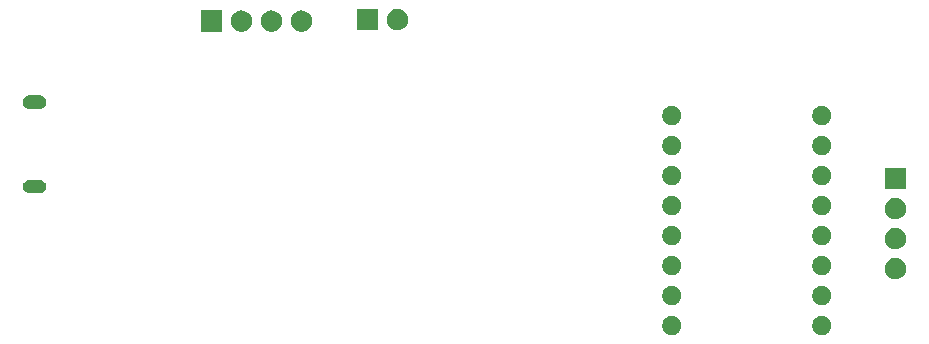
<source format=gbr>
G04 #@! TF.GenerationSoftware,KiCad,Pcbnew,(5.1.5)-3*
G04 #@! TF.CreationDate,2021-01-22T17:28:22+08:00*
G04 #@! TF.ProjectId,Pump_Driver,50756d70-5f44-4726-9976-65722e6b6963,rev?*
G04 #@! TF.SameCoordinates,Original*
G04 #@! TF.FileFunction,Soldermask,Bot*
G04 #@! TF.FilePolarity,Negative*
%FSLAX46Y46*%
G04 Gerber Fmt 4.6, Leading zero omitted, Abs format (unit mm)*
G04 Created by KiCad (PCBNEW (5.1.5)-3) date 2021-01-22 17:28:22*
%MOMM*%
%LPD*%
G04 APERTURE LIST*
%ADD10C,0.100000*%
G04 APERTURE END LIST*
D10*
G36*
X140826142Y-118979242D02*
G01*
X140974101Y-119040529D01*
X141107255Y-119129499D01*
X141220501Y-119242745D01*
X141309471Y-119375899D01*
X141370758Y-119523858D01*
X141402000Y-119680925D01*
X141402000Y-119841075D01*
X141370758Y-119998142D01*
X141309471Y-120146101D01*
X141220501Y-120279255D01*
X141107255Y-120392501D01*
X140974101Y-120481471D01*
X140826142Y-120542758D01*
X140669075Y-120574000D01*
X140508925Y-120574000D01*
X140351858Y-120542758D01*
X140203899Y-120481471D01*
X140070745Y-120392501D01*
X139957499Y-120279255D01*
X139868529Y-120146101D01*
X139807242Y-119998142D01*
X139776000Y-119841075D01*
X139776000Y-119680925D01*
X139807242Y-119523858D01*
X139868529Y-119375899D01*
X139957499Y-119242745D01*
X140070745Y-119129499D01*
X140203899Y-119040529D01*
X140351858Y-118979242D01*
X140508925Y-118948000D01*
X140669075Y-118948000D01*
X140826142Y-118979242D01*
G37*
G36*
X128126142Y-118979242D02*
G01*
X128274101Y-119040529D01*
X128407255Y-119129499D01*
X128520501Y-119242745D01*
X128609471Y-119375899D01*
X128670758Y-119523858D01*
X128702000Y-119680925D01*
X128702000Y-119841075D01*
X128670758Y-119998142D01*
X128609471Y-120146101D01*
X128520501Y-120279255D01*
X128407255Y-120392501D01*
X128274101Y-120481471D01*
X128126142Y-120542758D01*
X127969075Y-120574000D01*
X127808925Y-120574000D01*
X127651858Y-120542758D01*
X127503899Y-120481471D01*
X127370745Y-120392501D01*
X127257499Y-120279255D01*
X127168529Y-120146101D01*
X127107242Y-119998142D01*
X127076000Y-119841075D01*
X127076000Y-119680925D01*
X127107242Y-119523858D01*
X127168529Y-119375899D01*
X127257499Y-119242745D01*
X127370745Y-119129499D01*
X127503899Y-119040529D01*
X127651858Y-118979242D01*
X127808925Y-118948000D01*
X127969075Y-118948000D01*
X128126142Y-118979242D01*
G37*
G36*
X128126142Y-116439242D02*
G01*
X128274101Y-116500529D01*
X128407255Y-116589499D01*
X128520501Y-116702745D01*
X128609471Y-116835899D01*
X128670758Y-116983858D01*
X128702000Y-117140925D01*
X128702000Y-117301075D01*
X128670758Y-117458142D01*
X128609471Y-117606101D01*
X128520501Y-117739255D01*
X128407255Y-117852501D01*
X128274101Y-117941471D01*
X128126142Y-118002758D01*
X127969075Y-118034000D01*
X127808925Y-118034000D01*
X127651858Y-118002758D01*
X127503899Y-117941471D01*
X127370745Y-117852501D01*
X127257499Y-117739255D01*
X127168529Y-117606101D01*
X127107242Y-117458142D01*
X127076000Y-117301075D01*
X127076000Y-117140925D01*
X127107242Y-116983858D01*
X127168529Y-116835899D01*
X127257499Y-116702745D01*
X127370745Y-116589499D01*
X127503899Y-116500529D01*
X127651858Y-116439242D01*
X127808925Y-116408000D01*
X127969075Y-116408000D01*
X128126142Y-116439242D01*
G37*
G36*
X140826142Y-116439242D02*
G01*
X140974101Y-116500529D01*
X141107255Y-116589499D01*
X141220501Y-116702745D01*
X141309471Y-116835899D01*
X141370758Y-116983858D01*
X141402000Y-117140925D01*
X141402000Y-117301075D01*
X141370758Y-117458142D01*
X141309471Y-117606101D01*
X141220501Y-117739255D01*
X141107255Y-117852501D01*
X140974101Y-117941471D01*
X140826142Y-118002758D01*
X140669075Y-118034000D01*
X140508925Y-118034000D01*
X140351858Y-118002758D01*
X140203899Y-117941471D01*
X140070745Y-117852501D01*
X139957499Y-117739255D01*
X139868529Y-117606101D01*
X139807242Y-117458142D01*
X139776000Y-117301075D01*
X139776000Y-117140925D01*
X139807242Y-116983858D01*
X139868529Y-116835899D01*
X139957499Y-116702745D01*
X140070745Y-116589499D01*
X140203899Y-116500529D01*
X140351858Y-116439242D01*
X140508925Y-116408000D01*
X140669075Y-116408000D01*
X140826142Y-116439242D01*
G37*
G36*
X146925512Y-114038927D02*
G01*
X147074812Y-114068624D01*
X147238784Y-114136544D01*
X147386354Y-114235147D01*
X147511853Y-114360646D01*
X147610456Y-114508216D01*
X147678376Y-114672188D01*
X147713000Y-114846259D01*
X147713000Y-115023741D01*
X147678376Y-115197812D01*
X147610456Y-115361784D01*
X147511853Y-115509354D01*
X147386354Y-115634853D01*
X147238784Y-115733456D01*
X147074812Y-115801376D01*
X146925512Y-115831073D01*
X146900742Y-115836000D01*
X146723258Y-115836000D01*
X146698488Y-115831073D01*
X146549188Y-115801376D01*
X146385216Y-115733456D01*
X146237646Y-115634853D01*
X146112147Y-115509354D01*
X146013544Y-115361784D01*
X145945624Y-115197812D01*
X145911000Y-115023741D01*
X145911000Y-114846259D01*
X145945624Y-114672188D01*
X146013544Y-114508216D01*
X146112147Y-114360646D01*
X146237646Y-114235147D01*
X146385216Y-114136544D01*
X146549188Y-114068624D01*
X146698488Y-114038927D01*
X146723258Y-114034000D01*
X146900742Y-114034000D01*
X146925512Y-114038927D01*
G37*
G36*
X128126142Y-113899242D02*
G01*
X128274101Y-113960529D01*
X128407255Y-114049499D01*
X128520501Y-114162745D01*
X128609471Y-114295899D01*
X128670758Y-114443858D01*
X128702000Y-114600925D01*
X128702000Y-114761075D01*
X128670758Y-114918142D01*
X128609471Y-115066101D01*
X128520501Y-115199255D01*
X128407255Y-115312501D01*
X128274101Y-115401471D01*
X128126142Y-115462758D01*
X127969075Y-115494000D01*
X127808925Y-115494000D01*
X127651858Y-115462758D01*
X127503899Y-115401471D01*
X127370745Y-115312501D01*
X127257499Y-115199255D01*
X127168529Y-115066101D01*
X127107242Y-114918142D01*
X127076000Y-114761075D01*
X127076000Y-114600925D01*
X127107242Y-114443858D01*
X127168529Y-114295899D01*
X127257499Y-114162745D01*
X127370745Y-114049499D01*
X127503899Y-113960529D01*
X127651858Y-113899242D01*
X127808925Y-113868000D01*
X127969075Y-113868000D01*
X128126142Y-113899242D01*
G37*
G36*
X140826142Y-113899242D02*
G01*
X140974101Y-113960529D01*
X141107255Y-114049499D01*
X141220501Y-114162745D01*
X141309471Y-114295899D01*
X141370758Y-114443858D01*
X141402000Y-114600925D01*
X141402000Y-114761075D01*
X141370758Y-114918142D01*
X141309471Y-115066101D01*
X141220501Y-115199255D01*
X141107255Y-115312501D01*
X140974101Y-115401471D01*
X140826142Y-115462758D01*
X140669075Y-115494000D01*
X140508925Y-115494000D01*
X140351858Y-115462758D01*
X140203899Y-115401471D01*
X140070745Y-115312501D01*
X139957499Y-115199255D01*
X139868529Y-115066101D01*
X139807242Y-114918142D01*
X139776000Y-114761075D01*
X139776000Y-114600925D01*
X139807242Y-114443858D01*
X139868529Y-114295899D01*
X139957499Y-114162745D01*
X140070745Y-114049499D01*
X140203899Y-113960529D01*
X140351858Y-113899242D01*
X140508925Y-113868000D01*
X140669075Y-113868000D01*
X140826142Y-113899242D01*
G37*
G36*
X146925512Y-111498927D02*
G01*
X147074812Y-111528624D01*
X147238784Y-111596544D01*
X147386354Y-111695147D01*
X147511853Y-111820646D01*
X147610456Y-111968216D01*
X147678376Y-112132188D01*
X147713000Y-112306259D01*
X147713000Y-112483741D01*
X147678376Y-112657812D01*
X147610456Y-112821784D01*
X147511853Y-112969354D01*
X147386354Y-113094853D01*
X147238784Y-113193456D01*
X147074812Y-113261376D01*
X146925512Y-113291073D01*
X146900742Y-113296000D01*
X146723258Y-113296000D01*
X146698488Y-113291073D01*
X146549188Y-113261376D01*
X146385216Y-113193456D01*
X146237646Y-113094853D01*
X146112147Y-112969354D01*
X146013544Y-112821784D01*
X145945624Y-112657812D01*
X145911000Y-112483741D01*
X145911000Y-112306259D01*
X145945624Y-112132188D01*
X146013544Y-111968216D01*
X146112147Y-111820646D01*
X146237646Y-111695147D01*
X146385216Y-111596544D01*
X146549188Y-111528624D01*
X146698488Y-111498927D01*
X146723258Y-111494000D01*
X146900742Y-111494000D01*
X146925512Y-111498927D01*
G37*
G36*
X140826142Y-111359242D02*
G01*
X140974101Y-111420529D01*
X141107255Y-111509499D01*
X141220501Y-111622745D01*
X141309471Y-111755899D01*
X141370758Y-111903858D01*
X141402000Y-112060925D01*
X141402000Y-112221075D01*
X141370758Y-112378142D01*
X141309471Y-112526101D01*
X141220501Y-112659255D01*
X141107255Y-112772501D01*
X140974101Y-112861471D01*
X140826142Y-112922758D01*
X140669075Y-112954000D01*
X140508925Y-112954000D01*
X140351858Y-112922758D01*
X140203899Y-112861471D01*
X140070745Y-112772501D01*
X139957499Y-112659255D01*
X139868529Y-112526101D01*
X139807242Y-112378142D01*
X139776000Y-112221075D01*
X139776000Y-112060925D01*
X139807242Y-111903858D01*
X139868529Y-111755899D01*
X139957499Y-111622745D01*
X140070745Y-111509499D01*
X140203899Y-111420529D01*
X140351858Y-111359242D01*
X140508925Y-111328000D01*
X140669075Y-111328000D01*
X140826142Y-111359242D01*
G37*
G36*
X128126142Y-111359242D02*
G01*
X128274101Y-111420529D01*
X128407255Y-111509499D01*
X128520501Y-111622745D01*
X128609471Y-111755899D01*
X128670758Y-111903858D01*
X128702000Y-112060925D01*
X128702000Y-112221075D01*
X128670758Y-112378142D01*
X128609471Y-112526101D01*
X128520501Y-112659255D01*
X128407255Y-112772501D01*
X128274101Y-112861471D01*
X128126142Y-112922758D01*
X127969075Y-112954000D01*
X127808925Y-112954000D01*
X127651858Y-112922758D01*
X127503899Y-112861471D01*
X127370745Y-112772501D01*
X127257499Y-112659255D01*
X127168529Y-112526101D01*
X127107242Y-112378142D01*
X127076000Y-112221075D01*
X127076000Y-112060925D01*
X127107242Y-111903858D01*
X127168529Y-111755899D01*
X127257499Y-111622745D01*
X127370745Y-111509499D01*
X127503899Y-111420529D01*
X127651858Y-111359242D01*
X127808925Y-111328000D01*
X127969075Y-111328000D01*
X128126142Y-111359242D01*
G37*
G36*
X146925512Y-108958927D02*
G01*
X147074812Y-108988624D01*
X147238784Y-109056544D01*
X147386354Y-109155147D01*
X147511853Y-109280646D01*
X147610456Y-109428216D01*
X147678376Y-109592188D01*
X147713000Y-109766259D01*
X147713000Y-109943741D01*
X147678376Y-110117812D01*
X147610456Y-110281784D01*
X147511853Y-110429354D01*
X147386354Y-110554853D01*
X147238784Y-110653456D01*
X147074812Y-110721376D01*
X146925512Y-110751073D01*
X146900742Y-110756000D01*
X146723258Y-110756000D01*
X146698488Y-110751073D01*
X146549188Y-110721376D01*
X146385216Y-110653456D01*
X146237646Y-110554853D01*
X146112147Y-110429354D01*
X146013544Y-110281784D01*
X145945624Y-110117812D01*
X145911000Y-109943741D01*
X145911000Y-109766259D01*
X145945624Y-109592188D01*
X146013544Y-109428216D01*
X146112147Y-109280646D01*
X146237646Y-109155147D01*
X146385216Y-109056544D01*
X146549188Y-108988624D01*
X146698488Y-108958927D01*
X146723258Y-108954000D01*
X146900742Y-108954000D01*
X146925512Y-108958927D01*
G37*
G36*
X140826142Y-108819242D02*
G01*
X140974101Y-108880529D01*
X141107255Y-108969499D01*
X141220501Y-109082745D01*
X141309471Y-109215899D01*
X141370758Y-109363858D01*
X141402000Y-109520925D01*
X141402000Y-109681075D01*
X141370758Y-109838142D01*
X141309471Y-109986101D01*
X141220501Y-110119255D01*
X141107255Y-110232501D01*
X140974101Y-110321471D01*
X140826142Y-110382758D01*
X140669075Y-110414000D01*
X140508925Y-110414000D01*
X140351858Y-110382758D01*
X140203899Y-110321471D01*
X140070745Y-110232501D01*
X139957499Y-110119255D01*
X139868529Y-109986101D01*
X139807242Y-109838142D01*
X139776000Y-109681075D01*
X139776000Y-109520925D01*
X139807242Y-109363858D01*
X139868529Y-109215899D01*
X139957499Y-109082745D01*
X140070745Y-108969499D01*
X140203899Y-108880529D01*
X140351858Y-108819242D01*
X140508925Y-108788000D01*
X140669075Y-108788000D01*
X140826142Y-108819242D01*
G37*
G36*
X128126142Y-108819242D02*
G01*
X128274101Y-108880529D01*
X128407255Y-108969499D01*
X128520501Y-109082745D01*
X128609471Y-109215899D01*
X128670758Y-109363858D01*
X128702000Y-109520925D01*
X128702000Y-109681075D01*
X128670758Y-109838142D01*
X128609471Y-109986101D01*
X128520501Y-110119255D01*
X128407255Y-110232501D01*
X128274101Y-110321471D01*
X128126142Y-110382758D01*
X127969075Y-110414000D01*
X127808925Y-110414000D01*
X127651858Y-110382758D01*
X127503899Y-110321471D01*
X127370745Y-110232501D01*
X127257499Y-110119255D01*
X127168529Y-109986101D01*
X127107242Y-109838142D01*
X127076000Y-109681075D01*
X127076000Y-109520925D01*
X127107242Y-109363858D01*
X127168529Y-109215899D01*
X127257499Y-109082745D01*
X127370745Y-108969499D01*
X127503899Y-108880529D01*
X127651858Y-108819242D01*
X127808925Y-108788000D01*
X127969075Y-108788000D01*
X128126142Y-108819242D01*
G37*
G36*
X74468916Y-107401334D02*
G01*
X74577492Y-107434271D01*
X74577495Y-107434272D01*
X74599623Y-107446100D01*
X74677557Y-107487756D01*
X74765264Y-107559736D01*
X74837244Y-107647443D01*
X74871429Y-107711399D01*
X74890728Y-107747505D01*
X74890729Y-107747508D01*
X74923666Y-107856084D01*
X74934787Y-107969000D01*
X74923666Y-108081916D01*
X74890729Y-108190492D01*
X74890728Y-108190495D01*
X74877095Y-108216000D01*
X74837244Y-108290557D01*
X74765264Y-108378264D01*
X74677557Y-108450244D01*
X74613601Y-108484429D01*
X74577495Y-108503728D01*
X74577492Y-108503729D01*
X74468916Y-108536666D01*
X74384298Y-108545000D01*
X73477702Y-108545000D01*
X73393084Y-108536666D01*
X73284508Y-108503729D01*
X73284505Y-108503728D01*
X73248399Y-108484429D01*
X73184443Y-108450244D01*
X73096736Y-108378264D01*
X73024756Y-108290557D01*
X72984905Y-108216000D01*
X72971272Y-108190495D01*
X72971271Y-108190492D01*
X72938334Y-108081916D01*
X72927213Y-107969000D01*
X72938334Y-107856084D01*
X72971271Y-107747508D01*
X72971272Y-107747505D01*
X72990571Y-107711399D01*
X73024756Y-107647443D01*
X73096736Y-107559736D01*
X73184443Y-107487756D01*
X73262377Y-107446100D01*
X73284505Y-107434272D01*
X73284508Y-107434271D01*
X73393084Y-107401334D01*
X73477702Y-107393000D01*
X74384298Y-107393000D01*
X74468916Y-107401334D01*
G37*
G36*
X147713000Y-108216000D02*
G01*
X145911000Y-108216000D01*
X145911000Y-106414000D01*
X147713000Y-106414000D01*
X147713000Y-108216000D01*
G37*
G36*
X140826142Y-106279242D02*
G01*
X140974101Y-106340529D01*
X141107255Y-106429499D01*
X141220501Y-106542745D01*
X141309471Y-106675899D01*
X141370758Y-106823858D01*
X141402000Y-106980925D01*
X141402000Y-107141075D01*
X141370758Y-107298142D01*
X141309471Y-107446101D01*
X141220501Y-107579255D01*
X141107255Y-107692501D01*
X140974101Y-107781471D01*
X140826142Y-107842758D01*
X140669075Y-107874000D01*
X140508925Y-107874000D01*
X140351858Y-107842758D01*
X140203899Y-107781471D01*
X140070745Y-107692501D01*
X139957499Y-107579255D01*
X139868529Y-107446101D01*
X139807242Y-107298142D01*
X139776000Y-107141075D01*
X139776000Y-106980925D01*
X139807242Y-106823858D01*
X139868529Y-106675899D01*
X139957499Y-106542745D01*
X140070745Y-106429499D01*
X140203899Y-106340529D01*
X140351858Y-106279242D01*
X140508925Y-106248000D01*
X140669075Y-106248000D01*
X140826142Y-106279242D01*
G37*
G36*
X128126142Y-106279242D02*
G01*
X128274101Y-106340529D01*
X128407255Y-106429499D01*
X128520501Y-106542745D01*
X128609471Y-106675899D01*
X128670758Y-106823858D01*
X128702000Y-106980925D01*
X128702000Y-107141075D01*
X128670758Y-107298142D01*
X128609471Y-107446101D01*
X128520501Y-107579255D01*
X128407255Y-107692501D01*
X128274101Y-107781471D01*
X128126142Y-107842758D01*
X127969075Y-107874000D01*
X127808925Y-107874000D01*
X127651858Y-107842758D01*
X127503899Y-107781471D01*
X127370745Y-107692501D01*
X127257499Y-107579255D01*
X127168529Y-107446101D01*
X127107242Y-107298142D01*
X127076000Y-107141075D01*
X127076000Y-106980925D01*
X127107242Y-106823858D01*
X127168529Y-106675899D01*
X127257499Y-106542745D01*
X127370745Y-106429499D01*
X127503899Y-106340529D01*
X127651858Y-106279242D01*
X127808925Y-106248000D01*
X127969075Y-106248000D01*
X128126142Y-106279242D01*
G37*
G36*
X128126142Y-103739242D02*
G01*
X128274101Y-103800529D01*
X128407255Y-103889499D01*
X128520501Y-104002745D01*
X128609471Y-104135899D01*
X128670758Y-104283858D01*
X128702000Y-104440925D01*
X128702000Y-104601075D01*
X128670758Y-104758142D01*
X128609471Y-104906101D01*
X128520501Y-105039255D01*
X128407255Y-105152501D01*
X128274101Y-105241471D01*
X128126142Y-105302758D01*
X127969075Y-105334000D01*
X127808925Y-105334000D01*
X127651858Y-105302758D01*
X127503899Y-105241471D01*
X127370745Y-105152501D01*
X127257499Y-105039255D01*
X127168529Y-104906101D01*
X127107242Y-104758142D01*
X127076000Y-104601075D01*
X127076000Y-104440925D01*
X127107242Y-104283858D01*
X127168529Y-104135899D01*
X127257499Y-104002745D01*
X127370745Y-103889499D01*
X127503899Y-103800529D01*
X127651858Y-103739242D01*
X127808925Y-103708000D01*
X127969075Y-103708000D01*
X128126142Y-103739242D01*
G37*
G36*
X140826142Y-103739242D02*
G01*
X140974101Y-103800529D01*
X141107255Y-103889499D01*
X141220501Y-104002745D01*
X141309471Y-104135899D01*
X141370758Y-104283858D01*
X141402000Y-104440925D01*
X141402000Y-104601075D01*
X141370758Y-104758142D01*
X141309471Y-104906101D01*
X141220501Y-105039255D01*
X141107255Y-105152501D01*
X140974101Y-105241471D01*
X140826142Y-105302758D01*
X140669075Y-105334000D01*
X140508925Y-105334000D01*
X140351858Y-105302758D01*
X140203899Y-105241471D01*
X140070745Y-105152501D01*
X139957499Y-105039255D01*
X139868529Y-104906101D01*
X139807242Y-104758142D01*
X139776000Y-104601075D01*
X139776000Y-104440925D01*
X139807242Y-104283858D01*
X139868529Y-104135899D01*
X139957499Y-104002745D01*
X140070745Y-103889499D01*
X140203899Y-103800529D01*
X140351858Y-103739242D01*
X140508925Y-103708000D01*
X140669075Y-103708000D01*
X140826142Y-103739242D01*
G37*
G36*
X128126142Y-101199242D02*
G01*
X128274101Y-101260529D01*
X128407255Y-101349499D01*
X128520501Y-101462745D01*
X128609471Y-101595899D01*
X128670758Y-101743858D01*
X128702000Y-101900925D01*
X128702000Y-102061075D01*
X128670758Y-102218142D01*
X128609471Y-102366101D01*
X128520501Y-102499255D01*
X128407255Y-102612501D01*
X128274101Y-102701471D01*
X128126142Y-102762758D01*
X127969075Y-102794000D01*
X127808925Y-102794000D01*
X127651858Y-102762758D01*
X127503899Y-102701471D01*
X127370745Y-102612501D01*
X127257499Y-102499255D01*
X127168529Y-102366101D01*
X127107242Y-102218142D01*
X127076000Y-102061075D01*
X127076000Y-101900925D01*
X127107242Y-101743858D01*
X127168529Y-101595899D01*
X127257499Y-101462745D01*
X127370745Y-101349499D01*
X127503899Y-101260529D01*
X127651858Y-101199242D01*
X127808925Y-101168000D01*
X127969075Y-101168000D01*
X128126142Y-101199242D01*
G37*
G36*
X140826142Y-101199242D02*
G01*
X140974101Y-101260529D01*
X141107255Y-101349499D01*
X141220501Y-101462745D01*
X141309471Y-101595899D01*
X141370758Y-101743858D01*
X141402000Y-101900925D01*
X141402000Y-102061075D01*
X141370758Y-102218142D01*
X141309471Y-102366101D01*
X141220501Y-102499255D01*
X141107255Y-102612501D01*
X140974101Y-102701471D01*
X140826142Y-102762758D01*
X140669075Y-102794000D01*
X140508925Y-102794000D01*
X140351858Y-102762758D01*
X140203899Y-102701471D01*
X140070745Y-102612501D01*
X139957499Y-102499255D01*
X139868529Y-102366101D01*
X139807242Y-102218142D01*
X139776000Y-102061075D01*
X139776000Y-101900925D01*
X139807242Y-101743858D01*
X139868529Y-101595899D01*
X139957499Y-101462745D01*
X140070745Y-101349499D01*
X140203899Y-101260529D01*
X140351858Y-101199242D01*
X140508925Y-101168000D01*
X140669075Y-101168000D01*
X140826142Y-101199242D01*
G37*
G36*
X74468916Y-100251334D02*
G01*
X74577492Y-100284271D01*
X74577495Y-100284272D01*
X74613601Y-100303571D01*
X74677557Y-100337756D01*
X74765264Y-100409736D01*
X74837244Y-100497443D01*
X74871429Y-100561399D01*
X74890728Y-100597505D01*
X74890729Y-100597508D01*
X74923666Y-100706084D01*
X74934787Y-100819000D01*
X74923666Y-100931916D01*
X74890729Y-101040492D01*
X74890728Y-101040495D01*
X74871429Y-101076601D01*
X74837244Y-101140557D01*
X74765264Y-101228264D01*
X74677557Y-101300244D01*
X74613601Y-101334429D01*
X74577495Y-101353728D01*
X74577492Y-101353729D01*
X74468916Y-101386666D01*
X74384298Y-101395000D01*
X73477702Y-101395000D01*
X73393084Y-101386666D01*
X73284508Y-101353729D01*
X73284505Y-101353728D01*
X73248399Y-101334429D01*
X73184443Y-101300244D01*
X73096736Y-101228264D01*
X73024756Y-101140557D01*
X72990571Y-101076601D01*
X72971272Y-101040495D01*
X72971271Y-101040492D01*
X72938334Y-100931916D01*
X72927213Y-100819000D01*
X72938334Y-100706084D01*
X72971271Y-100597508D01*
X72971272Y-100597505D01*
X72990571Y-100561399D01*
X73024756Y-100497443D01*
X73096736Y-100409736D01*
X73184443Y-100337756D01*
X73248399Y-100303571D01*
X73284505Y-100284272D01*
X73284508Y-100284271D01*
X73393084Y-100251334D01*
X73477702Y-100243000D01*
X74384298Y-100243000D01*
X74468916Y-100251334D01*
G37*
G36*
X89801000Y-94881000D02*
G01*
X87999000Y-94881000D01*
X87999000Y-93079000D01*
X89801000Y-93079000D01*
X89801000Y-94881000D01*
G37*
G36*
X96633512Y-93083927D02*
G01*
X96782812Y-93113624D01*
X96946784Y-93181544D01*
X97094354Y-93280147D01*
X97219853Y-93405646D01*
X97318456Y-93553216D01*
X97386376Y-93717188D01*
X97421000Y-93891259D01*
X97421000Y-94068741D01*
X97386376Y-94242812D01*
X97318456Y-94406784D01*
X97219853Y-94554354D01*
X97094354Y-94679853D01*
X96946784Y-94778456D01*
X96782812Y-94846376D01*
X96633512Y-94876073D01*
X96608742Y-94881000D01*
X96431258Y-94881000D01*
X96406488Y-94876073D01*
X96257188Y-94846376D01*
X96093216Y-94778456D01*
X95945646Y-94679853D01*
X95820147Y-94554354D01*
X95721544Y-94406784D01*
X95653624Y-94242812D01*
X95619000Y-94068741D01*
X95619000Y-93891259D01*
X95653624Y-93717188D01*
X95721544Y-93553216D01*
X95820147Y-93405646D01*
X95945646Y-93280147D01*
X96093216Y-93181544D01*
X96257188Y-93113624D01*
X96406488Y-93083927D01*
X96431258Y-93079000D01*
X96608742Y-93079000D01*
X96633512Y-93083927D01*
G37*
G36*
X94093512Y-93083927D02*
G01*
X94242812Y-93113624D01*
X94406784Y-93181544D01*
X94554354Y-93280147D01*
X94679853Y-93405646D01*
X94778456Y-93553216D01*
X94846376Y-93717188D01*
X94881000Y-93891259D01*
X94881000Y-94068741D01*
X94846376Y-94242812D01*
X94778456Y-94406784D01*
X94679853Y-94554354D01*
X94554354Y-94679853D01*
X94406784Y-94778456D01*
X94242812Y-94846376D01*
X94093512Y-94876073D01*
X94068742Y-94881000D01*
X93891258Y-94881000D01*
X93866488Y-94876073D01*
X93717188Y-94846376D01*
X93553216Y-94778456D01*
X93405646Y-94679853D01*
X93280147Y-94554354D01*
X93181544Y-94406784D01*
X93113624Y-94242812D01*
X93079000Y-94068741D01*
X93079000Y-93891259D01*
X93113624Y-93717188D01*
X93181544Y-93553216D01*
X93280147Y-93405646D01*
X93405646Y-93280147D01*
X93553216Y-93181544D01*
X93717188Y-93113624D01*
X93866488Y-93083927D01*
X93891258Y-93079000D01*
X94068742Y-93079000D01*
X94093512Y-93083927D01*
G37*
G36*
X91553512Y-93083927D02*
G01*
X91702812Y-93113624D01*
X91866784Y-93181544D01*
X92014354Y-93280147D01*
X92139853Y-93405646D01*
X92238456Y-93553216D01*
X92306376Y-93717188D01*
X92341000Y-93891259D01*
X92341000Y-94068741D01*
X92306376Y-94242812D01*
X92238456Y-94406784D01*
X92139853Y-94554354D01*
X92014354Y-94679853D01*
X91866784Y-94778456D01*
X91702812Y-94846376D01*
X91553512Y-94876073D01*
X91528742Y-94881000D01*
X91351258Y-94881000D01*
X91326488Y-94876073D01*
X91177188Y-94846376D01*
X91013216Y-94778456D01*
X90865646Y-94679853D01*
X90740147Y-94554354D01*
X90641544Y-94406784D01*
X90573624Y-94242812D01*
X90539000Y-94068741D01*
X90539000Y-93891259D01*
X90573624Y-93717188D01*
X90641544Y-93553216D01*
X90740147Y-93405646D01*
X90865646Y-93280147D01*
X91013216Y-93181544D01*
X91177188Y-93113624D01*
X91326488Y-93083927D01*
X91351258Y-93079000D01*
X91528742Y-93079000D01*
X91553512Y-93083927D01*
G37*
G36*
X104761512Y-92956927D02*
G01*
X104910812Y-92986624D01*
X105074784Y-93054544D01*
X105222354Y-93153147D01*
X105347853Y-93278646D01*
X105446456Y-93426216D01*
X105514376Y-93590188D01*
X105549000Y-93764259D01*
X105549000Y-93941741D01*
X105514376Y-94115812D01*
X105446456Y-94279784D01*
X105347853Y-94427354D01*
X105222354Y-94552853D01*
X105074784Y-94651456D01*
X104910812Y-94719376D01*
X104761512Y-94749073D01*
X104736742Y-94754000D01*
X104559258Y-94754000D01*
X104534488Y-94749073D01*
X104385188Y-94719376D01*
X104221216Y-94651456D01*
X104073646Y-94552853D01*
X103948147Y-94427354D01*
X103849544Y-94279784D01*
X103781624Y-94115812D01*
X103747000Y-93941741D01*
X103747000Y-93764259D01*
X103781624Y-93590188D01*
X103849544Y-93426216D01*
X103948147Y-93278646D01*
X104073646Y-93153147D01*
X104221216Y-93054544D01*
X104385188Y-92986624D01*
X104534488Y-92956927D01*
X104559258Y-92952000D01*
X104736742Y-92952000D01*
X104761512Y-92956927D01*
G37*
G36*
X103009000Y-94754000D02*
G01*
X101207000Y-94754000D01*
X101207000Y-92952000D01*
X103009000Y-92952000D01*
X103009000Y-94754000D01*
G37*
M02*

</source>
